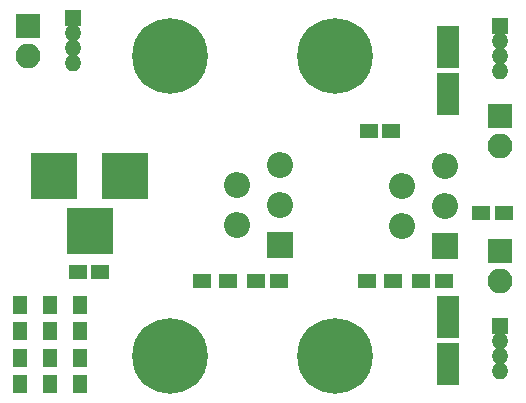
<source format=gbr>
%TF.GenerationSoftware,KiCad,Pcbnew,4.0.7-e2-6376~58~ubuntu16.04.1*%
%TF.CreationDate,2018-01-31T22:39:41+01:00*%
%TF.ProjectId,SimpleSupply,53696D706C65537570706C792E6B6963,rev?*%
%TF.FileFunction,Soldermask,Top*%
%FSLAX46Y46*%
G04 Gerber Fmt 4.6, Leading zero omitted, Abs format (unit mm)*
G04 Created by KiCad (PCBNEW 4.0.7-e2-6376~58~ubuntu16.04.1) date Wed Jan 31 22:39:41 2018*
%MOMM*%
%LPD*%
G01*
G04 APERTURE LIST*
%ADD10C,0.100000*%
%ADD11R,3.900000X3.900000*%
%ADD12R,1.600000X1.150000*%
%ADD13R,1.900000X3.600000*%
%ADD14R,1.300000X1.600000*%
%ADD15R,2.100000X2.100000*%
%ADD16O,2.100000X2.100000*%
%ADD17R,1.400000X1.400000*%
%ADD18O,1.400000X1.400000*%
%ADD19R,1.600000X1.300000*%
%ADD20R,2.200000X2.200000*%
%ADD21O,2.200000X2.200000*%
%ADD22C,6.399480*%
G04 APERTURE END LIST*
D10*
D11*
X100330000Y-109220000D03*
X94330000Y-109220000D03*
X97330000Y-113920000D03*
D12*
X98232000Y-117348000D03*
X96332000Y-117348000D03*
X111445000Y-118110000D03*
X113345000Y-118110000D03*
D13*
X127635000Y-102330000D03*
X127635000Y-98330000D03*
D12*
X120970000Y-105410000D03*
X122870000Y-105410000D03*
X125415000Y-118110000D03*
X127315000Y-118110000D03*
D13*
X127635000Y-121190000D03*
X127635000Y-125190000D03*
D12*
X130495000Y-112395000D03*
X132395000Y-112395000D03*
D14*
X91440000Y-122385000D03*
X91440000Y-120185000D03*
X93980000Y-122385000D03*
X93980000Y-120185000D03*
X96520000Y-122385000D03*
X96520000Y-120185000D03*
D15*
X92075000Y-96520000D03*
D16*
X92075000Y-99060000D03*
D17*
X95885000Y-95885000D03*
D18*
X95885000Y-97155000D03*
X95885000Y-98425000D03*
X95885000Y-99695000D03*
D15*
X132080000Y-104140000D03*
D16*
X132080000Y-106680000D03*
D17*
X132080000Y-96520000D03*
D18*
X132080000Y-97790000D03*
X132080000Y-99060000D03*
X132080000Y-100330000D03*
D15*
X132080000Y-115570000D03*
D16*
X132080000Y-118110000D03*
D17*
X132080000Y-121920000D03*
D18*
X132080000Y-123190000D03*
X132080000Y-124460000D03*
X132080000Y-125730000D03*
D14*
X91440000Y-124630000D03*
X91440000Y-126830000D03*
D19*
X109050000Y-118110000D03*
X106850000Y-118110000D03*
D14*
X93980000Y-124630000D03*
X93980000Y-126830000D03*
D19*
X123020000Y-118110000D03*
X120820000Y-118110000D03*
D14*
X96520000Y-124630000D03*
X96520000Y-126830000D03*
D20*
X113474500Y-115125500D03*
D21*
X109774500Y-113425500D03*
X113474500Y-111725500D03*
X109774500Y-110025500D03*
X113474500Y-108325500D03*
D20*
X127444500Y-115189000D03*
D21*
X123744500Y-113489000D03*
X127444500Y-111789000D03*
X123744500Y-110089000D03*
X127444500Y-108389000D03*
D22*
X104140000Y-99060000D03*
X104140000Y-124460000D03*
X118110000Y-99060000D03*
X118110000Y-124460000D03*
M02*

</source>
